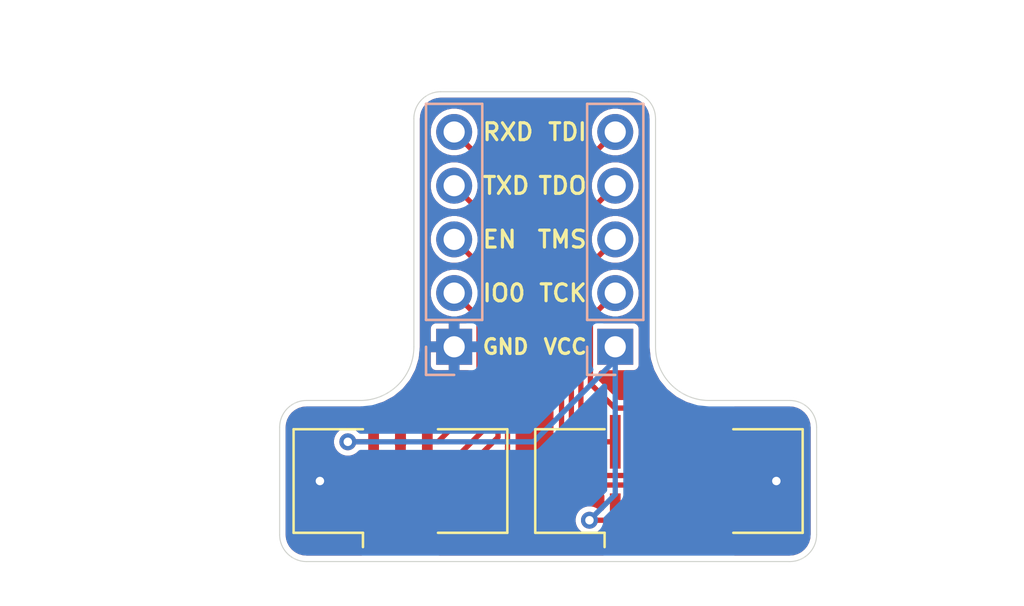
<source format=kicad_pcb>
(kicad_pcb (version 20171130) (host pcbnew "(5.1.5)-3")

  (general
    (thickness 1.6)
    (drawings 26)
    (tracks 60)
    (zones 0)
    (modules 4)
    (nets 11)
  )

  (page A4)
  (layers
    (0 F.Cu signal)
    (31 B.Cu signal)
    (32 B.Adhes user)
    (33 F.Adhes user)
    (34 B.Paste user)
    (35 F.Paste user)
    (36 B.SilkS user)
    (37 F.SilkS user)
    (38 B.Mask user)
    (39 F.Mask user)
    (40 Dwgs.User user)
    (41 Cmts.User user)
    (42 Eco1.User user)
    (43 Eco2.User user)
    (44 Edge.Cuts user)
    (45 Margin user)
    (46 B.CrtYd user)
    (47 F.CrtYd user)
    (48 B.Fab user)
    (49 F.Fab user)
  )

  (setup
    (last_trace_width 0.25)
    (user_trace_width 0.508)
    (trace_clearance 0.2)
    (zone_clearance 0.256)
    (zone_45_only yes)
    (trace_min 0.2)
    (via_size 0.8)
    (via_drill 0.4)
    (via_min_size 0.4)
    (via_min_drill 0.3)
    (uvia_size 0.3)
    (uvia_drill 0.1)
    (uvias_allowed no)
    (uvia_min_size 0.2)
    (uvia_min_drill 0.1)
    (edge_width 0.05)
    (segment_width 0.2)
    (pcb_text_width 0.3)
    (pcb_text_size 1.5 1.5)
    (mod_edge_width 0.12)
    (mod_text_size 1 1)
    (mod_text_width 0.15)
    (pad_size 2.54 0.508)
    (pad_drill 0)
    (pad_to_mask_clearance 0.051)
    (solder_mask_min_width 0.25)
    (aux_axis_origin 0 0)
    (visible_elements 7FFFFFFF)
    (pcbplotparams
      (layerselection 0x010fc_ffffffff)
      (usegerberextensions false)
      (usegerberattributes false)
      (usegerberadvancedattributes false)
      (creategerberjobfile false)
      (excludeedgelayer true)
      (linewidth 0.100000)
      (plotframeref false)
      (viasonmask false)
      (mode 1)
      (useauxorigin false)
      (hpglpennumber 1)
      (hpglpenspeed 20)
      (hpglpendiameter 15.000000)
      (psnegative false)
      (psa4output false)
      (plotreference true)
      (plotvalue true)
      (plotinvisibletext false)
      (padsonsilk false)
      (subtractmaskfromsilk true)
      (outputformat 1)
      (mirror false)
      (drillshape 0)
      (scaleselection 1)
      (outputdirectory "gerbers"))
  )

  (net 0 "")
  (net 1 /IO0)
  (net 2 GND)
  (net 3 VCC)
  (net 4 /RXD)
  (net 5 /TXD)
  (net 6 /EN)
  (net 7 /TDI)
  (net 8 /TDO)
  (net 9 /TCK)
  (net 10 /TMS)

  (net_class Default "This is the default net class."
    (clearance 0.2)
    (trace_width 0.25)
    (via_dia 0.8)
    (via_drill 0.4)
    (uvia_dia 0.3)
    (uvia_drill 0.1)
    (add_net /EN)
    (add_net /IO0)
    (add_net /RXD)
    (add_net /TCK)
    (add_net /TDI)
    (add_net /TDO)
    (add_net /TMS)
    (add_net /TXD)
    (add_net GND)
    (add_net "Net-(J2-Pad10)")
    (add_net VCC)
  )

  (module Connector_PinHeader_2.54mm:PinHeader_1x05_P2.54mm_Vertical (layer B.Cu) (tedit 59FED5CC) (tstamp 5FF63B0B)
    (at 74.93 81.915)
    (descr "Through hole straight pin header, 1x05, 2.54mm pitch, single row")
    (tags "Through hole pin header THT 1x05 2.54mm single row")
    (path /5FF6600E)
    (fp_text reference J4 (at 1.905 -6.35 180) (layer B.SilkS) hide
      (effects (font (size 0.5 0.5) (thickness 0.125)) (justify right mirror))
    )
    (fp_text value "Pin header 1x05, 2.54mm" (at 11.43 -6.35 270) (layer B.Fab)
      (effects (font (size 1 1) (thickness 0.15)))
    )
    (fp_text user %R (at 0 -5.08 -90) (layer B.Fab)
      (effects (font (size 1 1) (thickness 0.15)) (justify mirror))
    )
    (fp_line (start 1.8 1.8) (end -1.8 1.8) (layer B.CrtYd) (width 0.05))
    (fp_line (start 1.8 -11.95) (end 1.8 1.8) (layer B.CrtYd) (width 0.05))
    (fp_line (start -1.8 -11.95) (end 1.8 -11.95) (layer B.CrtYd) (width 0.05))
    (fp_line (start -1.8 1.8) (end -1.8 -11.95) (layer B.CrtYd) (width 0.05))
    (fp_line (start -1.33 1.33) (end 0 1.33) (layer B.SilkS) (width 0.12))
    (fp_line (start -1.33 0) (end -1.33 1.33) (layer B.SilkS) (width 0.12))
    (fp_line (start -1.33 -1.27) (end 1.33 -1.27) (layer B.SilkS) (width 0.12))
    (fp_line (start 1.33 -1.27) (end 1.33 -11.49) (layer B.SilkS) (width 0.12))
    (fp_line (start -1.33 -1.27) (end -1.33 -11.49) (layer B.SilkS) (width 0.12))
    (fp_line (start -1.33 -11.49) (end 1.33 -11.49) (layer B.SilkS) (width 0.12))
    (fp_line (start -1.27 0.635) (end -0.635 1.27) (layer B.Fab) (width 0.1))
    (fp_line (start -1.27 -11.43) (end -1.27 0.635) (layer B.Fab) (width 0.1))
    (fp_line (start 1.27 -11.43) (end -1.27 -11.43) (layer B.Fab) (width 0.1))
    (fp_line (start 1.27 1.27) (end 1.27 -11.43) (layer B.Fab) (width 0.1))
    (fp_line (start -0.635 1.27) (end 1.27 1.27) (layer B.Fab) (width 0.1))
    (pad 5 thru_hole oval (at 0 -10.16) (size 1.7 1.7) (drill 1) (layers *.Cu *.Mask)
      (net 4 /RXD))
    (pad 4 thru_hole oval (at 0 -7.62) (size 1.7 1.7) (drill 1) (layers *.Cu *.Mask)
      (net 5 /TXD))
    (pad 3 thru_hole oval (at 0 -5.08) (size 1.7 1.7) (drill 1) (layers *.Cu *.Mask)
      (net 6 /EN))
    (pad 2 thru_hole oval (at 0 -2.54) (size 1.7 1.7) (drill 1) (layers *.Cu *.Mask)
      (net 1 /IO0))
    (pad 1 thru_hole rect (at 0 0) (size 1.7 1.7) (drill 1) (layers *.Cu *.Mask)
      (net 2 GND))
    (model ${KISYS3DMOD}/Connector_PinHeader_2.54mm.3dshapes/PinHeader_1x05_P2.54mm_Vertical.wrl
      (at (xyz 0 0 0))
      (scale (xyz 1 1 1))
      (rotate (xyz 0 0 0))
    )
  )

  (module Connector_PinHeader_2.54mm:PinHeader_1x05_P2.54mm_Vertical (layer B.Cu) (tedit 59FED5CC) (tstamp 5FF63AF2)
    (at 82.55 81.915)
    (descr "Through hole straight pin header, 1x05, 2.54mm pitch, single row")
    (tags "Through hole pin header THT 1x05 2.54mm single row")
    (path /5FF658C1)
    (fp_text reference J3 (at -1.905 -6.35) (layer B.SilkS) hide
      (effects (font (size 0.5 0.5) (thickness 0.125)) (justify left mirror))
    )
    (fp_text value "Pin header 1x05, 2.54mm" (at -11.43 -6.35 270) (layer B.Fab)
      (effects (font (size 1 1) (thickness 0.15)))
    )
    (fp_text user %R (at 0 -5.08 -90) (layer B.Fab)
      (effects (font (size 1 1) (thickness 0.15)) (justify mirror))
    )
    (fp_line (start 1.8 1.8) (end -1.8 1.8) (layer B.CrtYd) (width 0.05))
    (fp_line (start 1.8 -11.95) (end 1.8 1.8) (layer B.CrtYd) (width 0.05))
    (fp_line (start -1.8 -11.95) (end 1.8 -11.95) (layer B.CrtYd) (width 0.05))
    (fp_line (start -1.8 1.8) (end -1.8 -11.95) (layer B.CrtYd) (width 0.05))
    (fp_line (start -1.33 1.33) (end 0 1.33) (layer B.SilkS) (width 0.12))
    (fp_line (start -1.33 0) (end -1.33 1.33) (layer B.SilkS) (width 0.12))
    (fp_line (start -1.33 -1.27) (end 1.33 -1.27) (layer B.SilkS) (width 0.12))
    (fp_line (start 1.33 -1.27) (end 1.33 -11.49) (layer B.SilkS) (width 0.12))
    (fp_line (start -1.33 -1.27) (end -1.33 -11.49) (layer B.SilkS) (width 0.12))
    (fp_line (start -1.33 -11.49) (end 1.33 -11.49) (layer B.SilkS) (width 0.12))
    (fp_line (start -1.27 0.635) (end -0.635 1.27) (layer B.Fab) (width 0.1))
    (fp_line (start -1.27 -11.43) (end -1.27 0.635) (layer B.Fab) (width 0.1))
    (fp_line (start 1.27 -11.43) (end -1.27 -11.43) (layer B.Fab) (width 0.1))
    (fp_line (start 1.27 1.27) (end 1.27 -11.43) (layer B.Fab) (width 0.1))
    (fp_line (start -0.635 1.27) (end 1.27 1.27) (layer B.Fab) (width 0.1))
    (pad 5 thru_hole oval (at 0 -10.16) (size 1.7 1.7) (drill 1) (layers *.Cu *.Mask)
      (net 7 /TDI))
    (pad 4 thru_hole oval (at 0 -7.62) (size 1.7 1.7) (drill 1) (layers *.Cu *.Mask)
      (net 8 /TDO))
    (pad 3 thru_hole oval (at 0 -5.08) (size 1.7 1.7) (drill 1) (layers *.Cu *.Mask)
      (net 10 /TMS))
    (pad 2 thru_hole oval (at 0 -2.54) (size 1.7 1.7) (drill 1) (layers *.Cu *.Mask)
      (net 9 /TCK))
    (pad 1 thru_hole rect (at 0 0) (size 1.7 1.7) (drill 1) (layers *.Cu *.Mask)
      (net 3 VCC))
    (model ${KISYS3DMOD}/Connector_PinHeader_2.54mm.3dshapes/PinHeader_1x05_P2.54mm_Vertical.wrl
      (at (xyz 0 0 0))
      (scale (xyz 1 1 1))
      (rotate (xyz 0 0 0))
    )
  )

  (module Connector_IDC:IDC-Header_2x05_P1.27mm_Vertical_SMD (layer F.Cu) (tedit 5FC1A58E) (tstamp 5FF63AD9)
    (at 82.55 88.9 90)
    (descr "Surface mounted IDC box header, 2x05, 1.27mm pitch, double rows (")
    (tags "Surface mounted vertical IDC box header SMD 2x05 1.27mm double row")
    (path /5FF64F81)
    (attr smd)
    (fp_text reference J2 (at -2.54 -1.905 180) (layer F.SilkS) hide
      (effects (font (size 0.5 0.5) (thickness 0.125)) (justify left))
    )
    (fp_text value "Male IDC connector 2x05, 1.27mm, SMD" (at -4.445 3.81 180) (layer F.Fab)
      (effects (font (size 1 1) (thickness 0.15)))
    )
    (fp_text user %R (at 0.635 2.54) (layer F.Fab)
      (effects (font (size 1 1) (thickness 0.15)))
    )
    (fp_line (start 4.26 -4.185) (end -2.99 -4.185) (layer F.CrtYd) (width 0.05))
    (fp_line (start 4.26 9.265) (end 4.26 -4.185) (layer F.CrtYd) (width 0.05))
    (fp_line (start -2.99 9.265) (end 4.26 9.265) (layer F.CrtYd) (width 0.05))
    (fp_line (start -2.99 -4.185) (end -2.99 9.265) (layer F.CrtYd) (width 0.05))
    (fp_line (start 3.085 8.865) (end 3.085 5.584) (layer F.SilkS) (width 0.12))
    (fp_line (start -1.815 8.865) (end 3.085 8.865) (layer F.SilkS) (width 0.12))
    (fp_line (start -1.815 5.584) (end -1.815 8.865) (layer F.SilkS) (width 0.12))
    (fp_line (start 3.085 -3.785) (end 3.085 -0.504) (layer F.SilkS) (width 0.12))
    (fp_line (start -1.815 -3.785) (end 3.085 -3.785) (layer F.SilkS) (width 0.12))
    (fp_line (start -1.815 -0.504) (end -1.815 -3.785) (layer F.SilkS) (width 0.12))
    (fp_line (start -2.49 -0.504) (end -1.815 -0.504) (layer F.SilkS) (width 0.12))
    (fp_line (start -0.715 4.59) (end -1.715 4.59) (layer F.Fab) (width 0.1))
    (fp_line (start -0.715 7.765) (end -0.715 4.59) (layer F.Fab) (width 0.1))
    (fp_line (start 1.985 7.765) (end -0.715 7.765) (layer F.Fab) (width 0.1))
    (fp_line (start 1.985 -2.685) (end 1.985 7.765) (layer F.Fab) (width 0.1))
    (fp_line (start -0.715 -2.685) (end 1.985 -2.685) (layer F.Fab) (width 0.1))
    (fp_line (start -0.715 0.49) (end -0.715 -2.685) (layer F.Fab) (width 0.1))
    (fp_line (start -1.715 0.49) (end -0.715 0.49) (layer F.Fab) (width 0.1))
    (fp_line (start -1.715 8.765) (end -1.715 -2.685) (layer F.Fab) (width 0.1))
    (fp_line (start 2.985 8.765) (end -1.715 8.765) (layer F.Fab) (width 0.1))
    (fp_line (start 2.985 -3.685) (end 2.985 8.765) (layer F.Fab) (width 0.1))
    (fp_line (start -0.715 -3.685) (end 2.985 -3.685) (layer F.Fab) (width 0.1))
    (fp_line (start -1.715 -2.685) (end -0.715 -3.685) (layer F.Fab) (width 0.1))
    (pad 10 smd rect (at 2.49 5.08 90) (size 2.54 0.508) (layers F.Cu F.Paste F.Mask))
    (pad 8 smd rect (at 2.49 3.81 90) (size 2.54 0.508) (layers F.Cu F.Paste F.Mask)
      (net 7 /TDI))
    (pad 6 smd rect (at 2.49 2.54 90) (size 2.54 0.508) (layers F.Cu F.Paste F.Mask)
      (net 8 /TDO))
    (pad 4 smd rect (at 2.49 1.27 90) (size 2.54 0.508) (layers F.Cu F.Paste F.Mask)
      (net 9 /TCK))
    (pad 2 smd rect (at 2.49 0 90) (size 2.54 0.508) (layers F.Cu F.Paste F.Mask)
      (net 10 /TMS))
    (pad 9 smd rect (at -1.22 5.08 90) (size 2.54 0.508) (layers F.Cu F.Paste F.Mask)
      (net 2 GND))
    (pad 7 smd rect (at -1.22 3.81 90) (size 2.54 0.508) (layers F.Cu F.Paste F.Mask)
      (net 2 GND))
    (pad 5 smd rect (at -1.22 2.54 90) (size 2.54 0.508) (layers F.Cu F.Paste F.Mask)
      (net 2 GND))
    (pad 3 smd rect (at -1.22 1.27 90) (size 2.54 0.508) (layers F.Cu F.Paste F.Mask)
      (net 2 GND))
    (pad 1 smd rect (at -1.22 0 90) (size 2.54 0.508) (layers F.Cu F.Paste F.Mask)
      (net 3 VCC))
    (model ${KISYS3DMOD}/Connector_IDC.3dshapes/IDC-Header_2x05_P1.27mm_Vertical_SMD.wrl
      (at (xyz 0 0 0))
      (scale (xyz 1 1 1))
      (rotate (xyz 0 0 0))
    )
  )

  (module Connector_IDC:IDC-Header_2x03_P1.27mm_Vertical_SMD (layer F.Cu) (tedit 6003331D) (tstamp 5FF63AB3)
    (at 71.12 88.9 90)
    (descr "Surface mounted IDC box header, 2x03, 1.27mm pitch, double rows (")
    (tags "Surface mounted vertical IDC box header SMD 2x03 1.27mm double row")
    (path /5FF64B1B)
    (attr smd)
    (fp_text reference J1 (at -2.54 4.445 180) (layer F.SilkS) hide
      (effects (font (size 0.5 0.5) (thickness 0.125)) (justify right))
    )
    (fp_text value "Male IDC connector, 2x03, 1.27mm, SMD" (at -4.445 -1.905 180) (layer F.Fab)
      (effects (font (size 1 1) (thickness 0.15)))
    )
    (fp_text user %R (at 0.635 1.27) (layer F.Fab)
      (effects (font (size 1 1) (thickness 0.15)))
    )
    (fp_line (start 4.26 -4.185) (end -2.99 -4.185) (layer F.CrtYd) (width 0.05))
    (fp_line (start 4.26 6.725) (end 4.26 -4.185) (layer F.CrtYd) (width 0.05))
    (fp_line (start -2.99 6.725) (end 4.26 6.725) (layer F.CrtYd) (width 0.05))
    (fp_line (start -2.99 -4.185) (end -2.99 6.725) (layer F.CrtYd) (width 0.05))
    (fp_line (start 3.085 6.325) (end 3.085 3.044) (layer F.SilkS) (width 0.12))
    (fp_line (start -1.815 6.325) (end 3.085 6.325) (layer F.SilkS) (width 0.12))
    (fp_line (start -1.815 3.044) (end -1.815 6.325) (layer F.SilkS) (width 0.12))
    (fp_line (start 3.085 -3.785) (end 3.085 -0.504) (layer F.SilkS) (width 0.12))
    (fp_line (start -1.815 -3.785) (end 3.085 -3.785) (layer F.SilkS) (width 0.12))
    (fp_line (start -1.815 -0.504) (end -1.815 -3.785) (layer F.SilkS) (width 0.12))
    (fp_line (start -2.49 -0.504) (end -1.815 -0.504) (layer F.SilkS) (width 0.12))
    (fp_line (start -0.715 3.32) (end -1.715 3.32) (layer F.Fab) (width 0.1))
    (fp_line (start -0.715 5.225) (end -0.715 3.32) (layer F.Fab) (width 0.1))
    (fp_line (start 1.985 5.225) (end -0.715 5.225) (layer F.Fab) (width 0.1))
    (fp_line (start 1.985 -2.685) (end 1.985 5.225) (layer F.Fab) (width 0.1))
    (fp_line (start -0.715 -2.685) (end 1.985 -2.685) (layer F.Fab) (width 0.1))
    (fp_line (start -0.715 -0.78) (end -0.715 -2.685) (layer F.Fab) (width 0.1))
    (fp_line (start -1.715 -0.78) (end -0.715 -0.78) (layer F.Fab) (width 0.1))
    (fp_line (start -1.715 6.225) (end -1.715 -2.685) (layer F.Fab) (width 0.1))
    (fp_line (start 2.985 6.225) (end -1.715 6.225) (layer F.Fab) (width 0.1))
    (fp_line (start 2.985 -3.685) (end 2.985 6.225) (layer F.Fab) (width 0.1))
    (fp_line (start -0.715 -3.685) (end 2.985 -3.685) (layer F.Fab) (width 0.1))
    (fp_line (start -1.715 -2.685) (end -0.715 -3.685) (layer F.Fab) (width 0.1))
    (pad 6 smd rect (at 2.49 2.54 90) (size 2.54 0.508) (layers F.Cu F.Paste F.Mask)
      (net 1 /IO0))
    (pad 4 smd rect (at 2.49 1.27 90) (size 2.54 0.508) (layers F.Cu F.Paste F.Mask)
      (net 2 GND))
    (pad 2 smd rect (at 2.49 0 90) (size 2.54 0.508) (layers F.Cu F.Paste F.Mask)
      (net 3 VCC))
    (pad 5 smd rect (at -1.22 2.54 90) (size 2.54 0.508) (layers F.Cu F.Paste F.Mask)
      (net 4 /RXD))
    (pad 3 smd rect (at -1.22 1.27 90) (size 2.54 0.508) (layers F.Cu F.Paste F.Mask)
      (net 5 /TXD))
    (pad 1 smd rect (at -1.22 0 90) (size 2.54 0.508) (layers F.Cu F.Paste F.Mask)
      (net 6 /EN))
    (model ${KISYS3DMOD}/Connector_IDC.3dshapes/IDC-Header_2x03_P1.27mm_Vertical_SMD.wrl
      (at (xyz 0 0 0))
      (scale (xyz 1 1 1))
      (rotate (xyz 0 0 0))
    )
  )

  (gr_text GND (at 76.2 81.915) (layer F.SilkS) (tstamp 5FF64205)
    (effects (font (size 0.7 0.7) (thickness 0.15)) (justify left))
  )
  (gr_text TMS (at 81.28 76.835) (layer F.SilkS) (tstamp 5FF64202)
    (effects (font (size 0.8 0.8) (thickness 0.15)) (justify right))
  )
  (gr_text TCK (at 81.28 79.375) (layer F.SilkS) (tstamp 5FF641FF)
    (effects (font (size 0.8 0.8) (thickness 0.15)) (justify right))
  )
  (gr_text TDO (at 81.28 74.295) (layer F.SilkS) (tstamp 5FF641FC)
    (effects (font (size 0.8 0.8) (thickness 0.15)) (justify right))
  )
  (gr_text VCC (at 81.28 81.915) (layer F.SilkS) (tstamp 5FF641F5)
    (effects (font (size 0.7 0.7) (thickness 0.15)) (justify right))
  )
  (gr_text EN (at 76.2 76.835) (layer F.SilkS) (tstamp 5FF641F2)
    (effects (font (size 0.8 0.8) (thickness 0.15)) (justify left))
  )
  (gr_text TXD (at 76.2 74.295) (layer F.SilkS) (tstamp 5FF641EE)
    (effects (font (size 0.8 0.8) (thickness 0.15)) (justify left))
  )
  (gr_text RXD (at 76.2 71.755) (layer F.SilkS) (tstamp 5FF641EA)
    (effects (font (size 0.8 0.8) (thickness 0.15)) (justify left))
  )
  (gr_text TDI (at 81.28 71.755) (layer F.SilkS) (tstamp 5FF641C4)
    (effects (font (size 0.8 0.8) (thickness 0.15)) (justify right))
  )
  (gr_text IO0 (at 76.2 79.375) (layer F.SilkS)
    (effects (font (size 0.8 0.8) (thickness 0.15)) (justify left))
  )
  (gr_arc (start 90.805 85.725) (end 92.075 85.725) (angle -90) (layer Edge.Cuts) (width 0.05))
  (gr_arc (start 90.805 90.805) (end 90.805 92.075) (angle -90) (layer Edge.Cuts) (width 0.05))
  (gr_arc (start 67.945 90.805) (end 66.675 90.805) (angle -90) (layer Edge.Cuts) (width 0.05))
  (gr_arc (start 67.945 85.725) (end 67.945 84.455) (angle -90) (layer Edge.Cuts) (width 0.05))
  (gr_arc (start 86.995 81.915) (end 84.455 81.915) (angle -90) (layer Edge.Cuts) (width 0.05))
  (gr_arc (start 70.485 81.915) (end 70.485 84.455) (angle -90) (layer Edge.Cuts) (width 0.05))
  (gr_arc (start 74.295 71.12) (end 74.295 69.85) (angle -90) (layer Edge.Cuts) (width 0.05))
  (gr_arc (start 83.185 71.12) (end 84.455 71.12) (angle -90) (layer Edge.Cuts) (width 0.05))
  (gr_line (start 83.185 69.85) (end 74.295 69.85) (layer Edge.Cuts) (width 0.05))
  (gr_line (start 84.455 81.915) (end 84.455 71.12) (layer Edge.Cuts) (width 0.05))
  (gr_line (start 90.805 84.455) (end 86.995 84.455) (layer Edge.Cuts) (width 0.05))
  (gr_line (start 92.075 90.805) (end 92.075 85.725) (layer Edge.Cuts) (width 0.05))
  (gr_line (start 67.945 92.075) (end 90.805 92.075) (layer Edge.Cuts) (width 0.05))
  (gr_line (start 66.675 85.725) (end 66.675 90.805) (layer Edge.Cuts) (width 0.05))
  (gr_line (start 70.485 84.455) (end 67.945 84.455) (layer Edge.Cuts) (width 0.05))
  (gr_line (start 73.025 71.12) (end 73.025 81.915) (layer Edge.Cuts) (width 0.05))

  (segment (start 76.105001 80.550001) (end 74.93 79.375) (width 0.25) (layer F.Cu) (net 1))
  (segment (start 76.105001 84.468999) (end 76.105001 80.550001) (width 0.25) (layer F.Cu) (net 1))
  (segment (start 73.66 86.41) (end 74.164 86.41) (width 0.25) (layer F.Cu) (net 1))
  (segment (start 74.164 86.41) (end 76.105001 84.468999) (width 0.25) (layer F.Cu) (net 1))
  (via (at 90.17 88.265) (size 0.8) (drill 0.4) (layers F.Cu B.Cu) (net 2))
  (via (at 68.58 88.265) (size 0.8) (drill 0.4) (layers F.Cu B.Cu) (net 2))
  (segment (start 71.12 86.41) (end 69.9 86.41) (width 0.25) (layer F.Cu) (net 3))
  (segment (start 69.9 86.41) (end 69.9 86.41) (width 0.25) (layer F.Cu) (net 3) (tstamp 5FF647A4))
  (segment (start 82.55 90.12) (end 81.33 90.12) (width 0.25) (layer F.Cu) (net 3))
  (segment (start 81.33 90.12) (end 81.33 90.12) (width 0.25) (layer F.Cu) (net 3) (tstamp 5FF647A8))
  (segment (start 69.9 86.41) (end 69.9 86.41) (width 0.25) (layer F.Cu) (net 3) (tstamp 5FF64928))
  (segment (start 69.9 86.41) (end 69.9 86.41) (width 0.25) (layer F.Cu) (net 3) (tstamp 5FF64AE2))
  (segment (start 81.33 90.12) (end 81.33 90.12) (width 0.25) (layer F.Cu) (net 3) (tstamp 5FF64D50))
  (via (at 81.33 90.12) (size 0.8) (drill 0.4) (layers F.Cu B.Cu) (net 3))
  (segment (start 82.55 88.9) (end 81.33 90.12) (width 0.25) (layer B.Cu) (net 3))
  (segment (start 82.55 82.55) (end 82.55 88.9) (width 0.25) (layer B.Cu) (net 3))
  (segment (start 69.9 86.41) (end 69.9 86.41) (width 0.25) (layer F.Cu) (net 3) (tstamp 5FF64D52))
  (segment (start 69.9 86.41) (end 69.9 86.41) (width 0.25) (layer F.Cu) (net 3) (tstamp 5FF64E82))
  (segment (start 69.9 86.41) (end 69.9 86.41) (width 0.25) (layer F.Cu) (net 3) (tstamp 5FF64EC1))
  (via (at 69.9 86.41) (size 0.8) (drill 0.4) (layers F.Cu B.Cu) (net 3))
  (segment (start 78.69 86.41) (end 69.9 86.41) (width 0.25) (layer B.Cu) (net 3))
  (segment (start 82.55 82.55) (end 78.69 86.41) (width 0.25) (layer B.Cu) (net 3))
  (segment (start 77.455029 74.280029) (end 74.93 71.755) (width 0.25) (layer F.Cu) (net 4))
  (segment (start 73.66 90.12) (end 74.164 90.12) (width 0.25) (layer F.Cu) (net 4))
  (segment (start 77.455029 86.828971) (end 77.455029 74.280029) (width 0.25) (layer F.Cu) (net 4))
  (segment (start 74.164 90.12) (end 77.455029 86.828971) (width 0.25) (layer F.Cu) (net 4))
  (segment (start 72.39 88.6) (end 72.465001 88.524999) (width 0.25) (layer F.Cu) (net 5))
  (segment (start 72.39 90.12) (end 72.39 88.6) (width 0.25) (layer F.Cu) (net 5))
  (segment (start 72.465001 88.524999) (end 74.670001 88.524999) (width 0.25) (layer F.Cu) (net 5))
  (segment (start 77.00502 76.37002) (end 74.93 74.295) (width 0.25) (layer F.Cu) (net 5))
  (segment (start 74.670001 88.524999) (end 77.00502 86.18998) (width 0.25) (layer F.Cu) (net 5))
  (segment (start 77.00502 86.18998) (end 77.00502 76.37002) (width 0.25) (layer F.Cu) (net 5))
  (segment (start 71.12 88.265) (end 71.379999 88.005001) (width 0.25) (layer F.Cu) (net 6))
  (segment (start 71.379999 88.005001) (end 74.174001 88.005001) (width 0.25) (layer F.Cu) (net 6))
  (segment (start 71.12 90.12) (end 71.12 88.265) (width 0.25) (layer F.Cu) (net 6))
  (segment (start 74.174001 88.005001) (end 76.55501 85.623992) (width 0.25) (layer F.Cu) (net 6))
  (segment (start 76.55501 78.46001) (end 74.93 76.835) (width 0.25) (layer F.Cu) (net 6))
  (segment (start 76.55501 85.623992) (end 76.55501 78.46001) (width 0.25) (layer F.Cu) (net 6))
  (segment (start 80.01 74.295) (end 82.55 71.755) (width 0.25) (layer F.Cu) (net 7))
  (segment (start 86.36 87.93) (end 85.83499 88.45501) (width 0.25) (layer F.Cu) (net 7))
  (segment (start 85.83499 88.45501) (end 81.849598 88.45501) (width 0.25) (layer F.Cu) (net 7))
  (segment (start 81.849598 88.45501) (end 80.01 86.615412) (width 0.25) (layer F.Cu) (net 7))
  (segment (start 86.36 86.41) (end 86.36 87.93) (width 0.25) (layer F.Cu) (net 7))
  (segment (start 80.01 86.615412) (end 80.01 74.295) (width 0.25) (layer F.Cu) (net 7))
  (segment (start 80.474981 76.370019) (end 82.55 74.295) (width 0.25) (layer F.Cu) (net 8))
  (segment (start 85.09 87.93) (end 85.014999 88.005001) (width 0.25) (layer F.Cu) (net 8))
  (segment (start 85.09 86.41) (end 85.09 87.93) (width 0.25) (layer F.Cu) (net 8))
  (segment (start 80.474981 86.443983) (end 80.474981 76.370019) (width 0.25) (layer F.Cu) (net 8))
  (segment (start 85.014999 88.005001) (end 82.035999 88.005001) (width 0.25) (layer F.Cu) (net 8))
  (segment (start 82.035999 88.005001) (end 80.474981 86.443983) (width 0.25) (layer F.Cu) (net 8))
  (segment (start 81.374999 80.550001) (end 82.55 79.375) (width 0.25) (layer F.Cu) (net 9))
  (segment (start 83.82 84.89) (end 83.744999 84.814999) (width 0.25) (layer F.Cu) (net 9))
  (segment (start 83.82 86.41) (end 83.82 84.89) (width 0.25) (layer F.Cu) (net 9))
  (segment (start 81.374999 83.660001) (end 81.374999 80.550001) (width 0.25) (layer F.Cu) (net 9))
  (segment (start 83.744999 84.814999) (end 82.529997 84.814999) (width 0.25) (layer F.Cu) (net 9))
  (segment (start 82.529997 84.814999) (end 81.374999 83.660001) (width 0.25) (layer F.Cu) (net 9))
  (segment (start 80.92499 78.46001) (end 82.55 76.835) (width 0.25) (layer F.Cu) (net 10))
  (segment (start 80.92499 85.28899) (end 80.92499 78.46001) (width 0.25) (layer F.Cu) (net 10))
  (segment (start 82.55 86.41) (end 82.046 86.41) (width 0.25) (layer F.Cu) (net 10))
  (segment (start 82.046 86.41) (end 80.92499 85.28899) (width 0.25) (layer F.Cu) (net 10))

  (zone (net 2) (net_name GND) (layer F.Cu) (tstamp 601203D1) (hatch full 0.508)
    (connect_pads (clearance 0.256))
    (min_thickness 0.3)
    (fill yes (arc_segments 32) (thermal_gap 0.256) (thermal_bridge_width 0.508))
    (polygon
      (pts
        (xy 85.09 83.82) (xy 92.71 83.82) (xy 92.71 92.71) (xy 66.04 92.71) (xy 66.04 83.82)
        (xy 72.39 83.82) (xy 72.39 69.215) (xy 85.09 69.215)
      )
    )
    (filled_polygon
      (pts
        (xy 90.967562 84.904006) (xy 91.123927 84.951216) (xy 91.268153 85.027902) (xy 91.394732 85.131138) (xy 91.498848 85.256992)
        (xy 91.576537 85.400674) (xy 91.62484 85.556713) (xy 91.644001 85.739026) (xy 91.644 90.783921) (xy 91.625994 90.967562)
        (xy 91.578784 91.123929) (xy 91.502097 91.268155) (xy 91.398863 91.394732) (xy 91.273008 91.498848) (xy 91.129324 91.576538)
        (xy 90.973287 91.62484) (xy 90.790984 91.644) (xy 88.200767 91.644) (xy 88.22321 91.616653) (xy 88.26091 91.546121)
        (xy 88.284125 91.46959) (xy 88.291964 91.39) (xy 88.29 90.3255) (xy 88.1885 90.224) (xy 87.734 90.224)
        (xy 87.734 90.244) (xy 87.526 90.244) (xy 87.526 90.224) (xy 87.0715 90.224) (xy 86.995 90.3005)
        (xy 86.9185 90.224) (xy 86.464 90.224) (xy 86.464 90.244) (xy 86.256 90.244) (xy 86.256 90.224)
        (xy 85.8015 90.224) (xy 85.725 90.3005) (xy 85.6485 90.224) (xy 85.194 90.224) (xy 85.194 90.244)
        (xy 84.986 90.244) (xy 84.986 90.224) (xy 84.5315 90.224) (xy 84.455 90.3005) (xy 84.3785 90.224)
        (xy 83.924 90.224) (xy 83.924 90.244) (xy 83.716 90.244) (xy 83.716 90.224) (xy 83.696 90.224)
        (xy 83.696 90.016) (xy 83.716 90.016) (xy 83.716 89.996) (xy 83.924 89.996) (xy 83.924 90.016)
        (xy 84.3785 90.016) (xy 84.455 89.9395) (xy 84.5315 90.016) (xy 84.986 90.016) (xy 84.986 89.996)
        (xy 85.194 89.996) (xy 85.194 90.016) (xy 85.6485 90.016) (xy 85.725 89.9395) (xy 85.8015 90.016)
        (xy 86.256 90.016) (xy 86.256 89.996) (xy 86.464 89.996) (xy 86.464 90.016) (xy 86.9185 90.016)
        (xy 86.995 89.9395) (xy 87.0715 90.016) (xy 87.526 90.016) (xy 87.526 88.5455) (xy 87.734 88.5455)
        (xy 87.734 90.016) (xy 88.1885 90.016) (xy 88.29 89.9145) (xy 88.291964 88.85) (xy 88.284125 88.77041)
        (xy 88.26091 88.693879) (xy 88.22321 88.623347) (xy 88.172474 88.561526) (xy 88.110653 88.51079) (xy 88.040121 88.47309)
        (xy 87.96359 88.449875) (xy 87.884 88.442036) (xy 87.8355 88.444) (xy 87.734 88.5455) (xy 87.526 88.5455)
        (xy 87.4245 88.444) (xy 87.376 88.442036) (xy 87.29641 88.449875) (xy 87.219879 88.47309) (xy 87.149347 88.51079)
        (xy 87.087526 88.561526) (xy 87.03679 88.623347) (xy 86.99909 88.693879) (xy 86.995 88.707362) (xy 86.99091 88.693879)
        (xy 86.95321 88.623347) (xy 86.902474 88.561526) (xy 86.840653 88.51079) (xy 86.770121 88.47309) (xy 86.69359 88.449875)
        (xy 86.614 88.442036) (xy 86.598274 88.442673) (xy 86.71703 88.323917) (xy 86.73729 88.30729) (xy 86.771997 88.265)
        (xy 86.803646 88.226436) (xy 86.838671 88.160907) (xy 86.852953 88.134188) (xy 86.883317 88.034094) (xy 86.888663 87.979808)
        (xy 86.902474 87.968474) (xy 86.95321 87.906653) (xy 86.99091 87.836121) (xy 86.995 87.822638) (xy 86.99909 87.836121)
        (xy 87.03679 87.906653) (xy 87.087526 87.968474) (xy 87.149347 88.01921) (xy 87.219879 88.05691) (xy 87.29641 88.080125)
        (xy 87.376 88.087964) (xy 87.884 88.087964) (xy 87.96359 88.080125) (xy 88.040121 88.05691) (xy 88.110653 88.01921)
        (xy 88.172474 87.968474) (xy 88.22321 87.906653) (xy 88.26091 87.836121) (xy 88.284125 87.75959) (xy 88.291964 87.68)
        (xy 88.291964 85.14) (xy 88.284125 85.06041) (xy 88.26091 84.983879) (xy 88.22321 84.913347) (xy 88.200767 84.886)
        (xy 90.783921 84.886)
      )
    )
    (filled_polygon
      (pts
        (xy 83.347562 70.299006) (xy 83.503927 70.346216) (xy 83.648153 70.422902) (xy 83.774732 70.526138) (xy 83.878848 70.651992)
        (xy 83.956537 70.795674) (xy 84.00484 70.951713) (xy 84.024001 71.134026) (xy 84.024 81.936167) (xy 84.025947 81.955931)
        (xy 84.025836 81.971794) (xy 84.026423 81.977784) (xy 84.07824 82.47079) (xy 84.086094 82.50905) (xy 84.093415 82.547427)
        (xy 84.095154 82.553188) (xy 84.241743 83.026741) (xy 84.256888 83.062771) (xy 84.271514 83.09897) (xy 84.274333 83.104271)
        (xy 84.274339 83.104285) (xy 84.274347 83.104297) (xy 84.510117 83.540344) (xy 84.531949 83.572712) (xy 84.55335 83.605416)
        (xy 84.557153 83.610079) (xy 84.873137 83.992039) (xy 84.900853 84.019562) (xy 84.928187 84.047475) (xy 84.932824 84.051311)
        (xy 85.316981 84.364621) (xy 85.349488 84.386219) (xy 85.381749 84.408308) (xy 85.387035 84.411166) (xy 85.387043 84.411171)
        (xy 85.387051 84.411174) (xy 85.824739 84.643897) (xy 85.860836 84.658776) (xy 85.89676 84.674172) (xy 85.902505 84.675951)
        (xy 85.902511 84.675953) (xy 86.09263 84.733353) (xy 86.02641 84.739875) (xy 85.949879 84.76309) (xy 85.879347 84.80079)
        (xy 85.817526 84.851526) (xy 85.76679 84.913347) (xy 85.72909 84.983879) (xy 85.725 84.997362) (xy 85.72091 84.983879)
        (xy 85.68321 84.913347) (xy 85.632474 84.851526) (xy 85.570653 84.80079) (xy 85.500121 84.76309) (xy 85.42359 84.739875)
        (xy 85.344 84.732036) (xy 84.836 84.732036) (xy 84.75641 84.739875) (xy 84.679879 84.76309) (xy 84.609347 84.80079)
        (xy 84.547526 84.851526) (xy 84.49679 84.913347) (xy 84.45909 84.983879) (xy 84.455 84.997362) (xy 84.45091 84.983879)
        (xy 84.41321 84.913347) (xy 84.362474 84.851526) (xy 84.348663 84.840192) (xy 84.343317 84.785906) (xy 84.312953 84.685812)
        (xy 84.263646 84.593565) (xy 84.19729 84.51271) (xy 84.177025 84.496079) (xy 84.13892 84.457974) (xy 84.122289 84.437709)
        (xy 84.041434 84.371353) (xy 83.949187 84.322046) (xy 83.849093 84.291682) (xy 83.771083 84.283999) (xy 83.771073 84.283999)
        (xy 83.744999 84.281431) (xy 83.718925 84.283999) (xy 82.749944 84.283999) (xy 81.905999 83.440055) (xy 81.905999 83.172964)
        (xy 83.4 83.172964) (xy 83.47959 83.165125) (xy 83.556121 83.14191) (xy 83.626653 83.10421) (xy 83.688474 83.053474)
        (xy 83.73921 82.991653) (xy 83.77691 82.921121) (xy 83.800125 82.84459) (xy 83.807964 82.765) (xy 83.807964 81.065)
        (xy 83.800125 80.98541) (xy 83.77691 80.908879) (xy 83.73921 80.838347) (xy 83.688474 80.776526) (xy 83.626653 80.72579)
        (xy 83.556121 80.68809) (xy 83.47959 80.664875) (xy 83.4 80.657036) (xy 82.01891 80.657036) (xy 82.119699 80.556248)
        (xy 82.183638 80.582732) (xy 82.426295 80.631) (xy 82.673705 80.631) (xy 82.916362 80.582732) (xy 83.144939 80.488053)
        (xy 83.350653 80.350599) (xy 83.525599 80.175653) (xy 83.663053 79.969939) (xy 83.757732 79.741362) (xy 83.806 79.498705)
        (xy 83.806 79.251295) (xy 83.757732 79.008638) (xy 83.663053 78.780061) (xy 83.525599 78.574347) (xy 83.350653 78.399401)
        (xy 83.144939 78.261947) (xy 82.916362 78.167268) (xy 82.673705 78.119) (xy 82.426295 78.119) (xy 82.183638 78.167268)
        (xy 81.955061 78.261947) (xy 81.749347 78.399401) (xy 81.574401 78.574347) (xy 81.45599 78.751561) (xy 81.45599 78.679956)
        (xy 82.119699 78.016248) (xy 82.183638 78.042732) (xy 82.426295 78.091) (xy 82.673705 78.091) (xy 82.916362 78.042732)
        (xy 83.144939 77.948053) (xy 83.350653 77.810599) (xy 83.525599 77.635653) (xy 83.663053 77.429939) (xy 83.757732 77.201362)
        (xy 83.806 76.958705) (xy 83.806 76.711295) (xy 83.757732 76.468638) (xy 83.663053 76.240061) (xy 83.525599 76.034347)
        (xy 83.350653 75.859401) (xy 83.144939 75.721947) (xy 82.916362 75.627268) (xy 82.673705 75.579) (xy 82.426295 75.579)
        (xy 82.183638 75.627268) (xy 81.955061 75.721947) (xy 81.749347 75.859401) (xy 81.574401 76.034347) (xy 81.436947 76.240061)
        (xy 81.342268 76.468638) (xy 81.294 76.711295) (xy 81.294 76.958705) (xy 81.342268 77.201362) (xy 81.368752 77.265301)
        (xy 81.005981 77.628073) (xy 81.005981 76.589965) (xy 82.119699 75.476248) (xy 82.183638 75.502732) (xy 82.426295 75.551)
        (xy 82.673705 75.551) (xy 82.916362 75.502732) (xy 83.144939 75.408053) (xy 83.350653 75.270599) (xy 83.525599 75.095653)
        (xy 83.663053 74.889939) (xy 83.757732 74.661362) (xy 83.806 74.418705) (xy 83.806 74.171295) (xy 83.757732 73.928638)
        (xy 83.663053 73.700061) (xy 83.525599 73.494347) (xy 83.350653 73.319401) (xy 83.144939 73.181947) (xy 82.916362 73.087268)
        (xy 82.673705 73.039) (xy 82.426295 73.039) (xy 82.183638 73.087268) (xy 81.955061 73.181947) (xy 81.749347 73.319401)
        (xy 81.574401 73.494347) (xy 81.436947 73.700061) (xy 81.342268 73.928638) (xy 81.294 74.171295) (xy 81.294 74.418705)
        (xy 81.342268 74.661362) (xy 81.368752 74.725301) (xy 80.541 75.553054) (xy 80.541 74.514946) (xy 82.119699 72.936248)
        (xy 82.183638 72.962732) (xy 82.426295 73.011) (xy 82.673705 73.011) (xy 82.916362 72.962732) (xy 83.144939 72.868053)
        (xy 83.350653 72.730599) (xy 83.525599 72.555653) (xy 83.663053 72.349939) (xy 83.757732 72.121362) (xy 83.806 71.878705)
        (xy 83.806 71.631295) (xy 83.757732 71.388638) (xy 83.663053 71.160061) (xy 83.525599 70.954347) (xy 83.350653 70.779401)
        (xy 83.144939 70.641947) (xy 82.916362 70.547268) (xy 82.673705 70.499) (xy 82.426295 70.499) (xy 82.183638 70.547268)
        (xy 81.955061 70.641947) (xy 81.749347 70.779401) (xy 81.574401 70.954347) (xy 81.436947 71.160061) (xy 81.342268 71.388638)
        (xy 81.294 71.631295) (xy 81.294 71.878705) (xy 81.342268 72.121362) (xy 81.368752 72.185301) (xy 79.652971 73.901083)
        (xy 79.632711 73.91771) (xy 79.616084 73.93797) (xy 79.616083 73.937971) (xy 79.566354 73.998565) (xy 79.517047 74.090813)
        (xy 79.486684 74.190907) (xy 79.476432 74.295) (xy 79.479001 74.321084) (xy 79.479 86.589338) (xy 79.476432 86.615412)
        (xy 79.479 86.641486) (xy 79.479 86.641495) (xy 79.486683 86.719505) (xy 79.517047 86.819599) (xy 79.566354 86.911847)
        (xy 79.63271 86.992702) (xy 79.652975 87.009333) (xy 81.455681 88.81204) (xy 81.472308 88.8323) (xy 81.492568 88.848927)
        (xy 81.553162 88.898656) (xy 81.591067 88.918916) (xy 81.64541 88.947963) (xy 81.745504 88.978327) (xy 81.823514 88.98601)
        (xy 81.823525 88.98601) (xy 81.849597 88.988578) (xy 81.875669 88.98601) (xy 81.888036 88.98601) (xy 81.888036 89.53818)
        (xy 81.843795 89.493939) (xy 81.711784 89.405732) (xy 81.565102 89.344974) (xy 81.409384 89.314) (xy 81.250616 89.314)
        (xy 81.094898 89.344974) (xy 80.948216 89.405732) (xy 80.816205 89.493939) (xy 80.703939 89.606205) (xy 80.615732 89.738216)
        (xy 80.554974 89.884898) (xy 80.524 90.040616) (xy 80.524 90.199384) (xy 80.554974 90.355102) (xy 80.615732 90.501784)
        (xy 80.703939 90.633795) (xy 80.816205 90.746061) (xy 80.948216 90.834268) (xy 81.094898 90.895026) (xy 81.250616 90.926)
        (xy 81.409384 90.926) (xy 81.565102 90.895026) (xy 81.711784 90.834268) (xy 81.843795 90.746061) (xy 81.888036 90.70182)
        (xy 81.888036 91.39) (xy 81.895875 91.46959) (xy 81.91909 91.546121) (xy 81.95679 91.616653) (xy 81.979233 91.644)
        (xy 74.230767 91.644) (xy 74.25321 91.616653) (xy 74.29091 91.546121) (xy 74.314125 91.46959) (xy 74.321964 91.39)
        (xy 74.321964 90.626975) (xy 74.368188 90.612953) (xy 74.460435 90.563646) (xy 74.54129 90.49729) (xy 74.557921 90.477025)
        (xy 77.812059 87.222888) (xy 77.832319 87.206261) (xy 77.849746 87.185026) (xy 77.898675 87.125407) (xy 77.947982 87.033159)
        (xy 77.947982 87.033158) (xy 77.978346 86.933065) (xy 77.986029 86.855055) (xy 77.986029 86.855045) (xy 77.988597 86.828971)
        (xy 77.986029 86.802897) (xy 77.986029 74.306102) (xy 77.988597 74.280028) (xy 77.986029 74.253954) (xy 77.986029 74.253945)
        (xy 77.978346 74.175935) (xy 77.947982 74.075841) (xy 77.906677 73.998565) (xy 77.898675 73.983593) (xy 77.848946 73.922999)
        (xy 77.832319 73.902739) (xy 77.812059 73.886112) (xy 76.111248 72.185301) (xy 76.137732 72.121362) (xy 76.186 71.878705)
        (xy 76.186 71.631295) (xy 76.137732 71.388638) (xy 76.043053 71.160061) (xy 75.905599 70.954347) (xy 75.730653 70.779401)
        (xy 75.524939 70.641947) (xy 75.296362 70.547268) (xy 75.053705 70.499) (xy 74.806295 70.499) (xy 74.563638 70.547268)
        (xy 74.335061 70.641947) (xy 74.129347 70.779401) (xy 73.954401 70.954347) (xy 73.816947 71.160061) (xy 73.722268 71.388638)
        (xy 73.674 71.631295) (xy 73.674 71.878705) (xy 73.722268 72.121362) (xy 73.816947 72.349939) (xy 73.954401 72.555653)
        (xy 74.129347 72.730599) (xy 74.335061 72.868053) (xy 74.563638 72.962732) (xy 74.806295 73.011) (xy 75.053705 73.011)
        (xy 75.296362 72.962732) (xy 75.360301 72.936248) (xy 76.92403 74.499977) (xy 76.92403 75.538083) (xy 76.111248 74.725301)
        (xy 76.137732 74.661362) (xy 76.186 74.418705) (xy 76.186 74.171295) (xy 76.137732 73.928638) (xy 76.043053 73.700061)
        (xy 75.905599 73.494347) (xy 75.730653 73.319401) (xy 75.524939 73.181947) (xy 75.296362 73.087268) (xy 75.053705 73.039)
        (xy 74.806295 73.039) (xy 74.563638 73.087268) (xy 74.335061 73.181947) (xy 74.129347 73.319401) (xy 73.954401 73.494347)
        (xy 73.816947 73.700061) (xy 73.722268 73.928638) (xy 73.674 74.171295) (xy 73.674 74.418705) (xy 73.722268 74.661362)
        (xy 73.816947 74.889939) (xy 73.954401 75.095653) (xy 74.129347 75.270599) (xy 74.335061 75.408053) (xy 74.563638 75.502732)
        (xy 74.806295 75.551) (xy 75.053705 75.551) (xy 75.296362 75.502732) (xy 75.360301 75.476248) (xy 76.474021 76.589968)
        (xy 76.474021 77.628074) (xy 76.111248 77.265301) (xy 76.137732 77.201362) (xy 76.186 76.958705) (xy 76.186 76.711295)
        (xy 76.137732 76.468638) (xy 76.043053 76.240061) (xy 75.905599 76.034347) (xy 75.730653 75.859401) (xy 75.524939 75.721947)
        (xy 75.296362 75.627268) (xy 75.053705 75.579) (xy 74.806295 75.579) (xy 74.563638 75.627268) (xy 74.335061 75.721947)
        (xy 74.129347 75.859401) (xy 73.954401 76.034347) (xy 73.816947 76.240061) (xy 73.722268 76.468638) (xy 73.674 76.711295)
        (xy 73.674 76.958705) (xy 73.722268 77.201362) (xy 73.816947 77.429939) (xy 73.954401 77.635653) (xy 74.129347 77.810599)
        (xy 74.335061 77.948053) (xy 74.563638 78.042732) (xy 74.806295 78.091) (xy 75.053705 78.091) (xy 75.296362 78.042732)
        (xy 75.360301 78.016248) (xy 76.024011 78.679958) (xy 76.024011 78.751563) (xy 75.905599 78.574347) (xy 75.730653 78.399401)
        (xy 75.524939 78.261947) (xy 75.296362 78.167268) (xy 75.053705 78.119) (xy 74.806295 78.119) (xy 74.563638 78.167268)
        (xy 74.335061 78.261947) (xy 74.129347 78.399401) (xy 73.954401 78.574347) (xy 73.816947 78.780061) (xy 73.722268 79.008638)
        (xy 73.674 79.251295) (xy 73.674 79.498705) (xy 73.722268 79.741362) (xy 73.816947 79.969939) (xy 73.954401 80.175653)
        (xy 74.129347 80.350599) (xy 74.335061 80.488053) (xy 74.563638 80.582732) (xy 74.806295 80.631) (xy 75.053705 80.631)
        (xy 75.296362 80.582732) (xy 75.360301 80.556248) (xy 75.462058 80.658005) (xy 75.1355 80.659) (xy 75.034 80.7605)
        (xy 75.034 81.811) (xy 75.054 81.811) (xy 75.054 82.019) (xy 75.034 82.019) (xy 75.034 83.0695)
        (xy 75.1355 83.171) (xy 75.574001 83.172336) (xy 75.574001 84.249052) (xy 74.321964 85.50109) (xy 74.321964 85.14)
        (xy 74.314125 85.06041) (xy 74.29091 84.983879) (xy 74.25321 84.913347) (xy 74.202474 84.851526) (xy 74.140653 84.80079)
        (xy 74.070121 84.76309) (xy 73.99359 84.739875) (xy 73.914 84.732036) (xy 73.406 84.732036) (xy 73.32641 84.739875)
        (xy 73.249879 84.76309) (xy 73.179347 84.80079) (xy 73.117526 84.851526) (xy 73.06679 84.913347) (xy 73.02909 84.983879)
        (xy 73.025 84.997362) (xy 73.02091 84.983879) (xy 72.98321 84.913347) (xy 72.932474 84.851526) (xy 72.870653 84.80079)
        (xy 72.800121 84.76309) (xy 72.72359 84.739875) (xy 72.644 84.732036) (xy 72.5955 84.734) (xy 72.494 84.8355)
        (xy 72.494 86.306) (xy 72.514 86.306) (xy 72.514 86.514) (xy 72.494 86.514) (xy 72.494 86.534)
        (xy 72.286 86.534) (xy 72.286 86.514) (xy 72.266 86.514) (xy 72.266 86.306) (xy 72.286 86.306)
        (xy 72.286 84.8355) (xy 72.1845 84.734) (xy 72.136 84.732036) (xy 72.05641 84.739875) (xy 71.979879 84.76309)
        (xy 71.909347 84.80079) (xy 71.847526 84.851526) (xy 71.79679 84.913347) (xy 71.75909 84.983879) (xy 71.755 84.997362)
        (xy 71.75091 84.983879) (xy 71.71321 84.913347) (xy 71.662474 84.851526) (xy 71.600653 84.80079) (xy 71.530121 84.76309)
        (xy 71.45359 84.739875) (xy 71.386672 84.733284) (xy 71.596741 84.668257) (xy 71.632771 84.653112) (xy 71.66897 84.638486)
        (xy 71.674271 84.635667) (xy 71.674285 84.635661) (xy 71.674297 84.635653) (xy 72.110344 84.399883) (xy 72.142712 84.378051)
        (xy 72.175416 84.35665) (xy 72.180079 84.352847) (xy 72.562039 84.036863) (xy 72.589562 84.009147) (xy 72.617475 83.981813)
        (xy 72.621311 83.977176) (xy 72.934621 83.593019) (xy 72.956219 83.560512) (xy 72.978308 83.528251) (xy 72.981166 83.522965)
        (xy 72.981171 83.522957) (xy 72.981174 83.522949) (xy 73.213897 83.085261) (xy 73.228776 83.049164) (xy 73.244172 83.01324)
        (xy 73.245952 83.007491) (xy 73.319164 82.765) (xy 73.672036 82.765) (xy 73.679875 82.84459) (xy 73.70309 82.921121)
        (xy 73.74079 82.991653) (xy 73.791526 83.053474) (xy 73.853347 83.10421) (xy 73.923879 83.14191) (xy 74.00041 83.165125)
        (xy 74.08 83.172964) (xy 74.7245 83.171) (xy 74.826 83.0695) (xy 74.826 82.019) (xy 73.7755 82.019)
        (xy 73.674 82.1205) (xy 73.672036 82.765) (xy 73.319164 82.765) (xy 73.389231 82.532927) (xy 73.396812 82.494642)
        (xy 73.40494 82.456399) (xy 73.405569 82.450413) (xy 73.453943 81.957058) (xy 73.453943 81.957052) (xy 73.456 81.936168)
        (xy 73.456 81.065) (xy 73.672036 81.065) (xy 73.674 81.7095) (xy 73.7755 81.811) (xy 74.826 81.811)
        (xy 74.826 80.7605) (xy 74.7245 80.659) (xy 74.08 80.657036) (xy 74.00041 80.664875) (xy 73.923879 80.68809)
        (xy 73.853347 80.72579) (xy 73.791526 80.776526) (xy 73.74079 80.838347) (xy 73.70309 80.908879) (xy 73.679875 80.98541)
        (xy 73.672036 81.065) (xy 73.456 81.065) (xy 73.456 71.141079) (xy 73.474006 70.957438) (xy 73.521216 70.801073)
        (xy 73.597902 70.656847) (xy 73.701138 70.530268) (xy 73.826992 70.426152) (xy 73.970674 70.348463) (xy 74.126713 70.30016)
        (xy 74.309016 70.281) (xy 83.163921 70.281)
      )
    )
    (filled_polygon
      (pts
        (xy 70.52679 84.913347) (xy 70.48909 84.983879) (xy 70.465875 85.06041) (xy 70.458036 85.14) (xy 70.458036 85.82818)
        (xy 70.413795 85.783939) (xy 70.281784 85.695732) (xy 70.135102 85.634974) (xy 69.979384 85.604) (xy 69.820616 85.604)
        (xy 69.664898 85.634974) (xy 69.518216 85.695732) (xy 69.386205 85.783939) (xy 69.273939 85.896205) (xy 69.185732 86.028216)
        (xy 69.124974 86.174898) (xy 69.094 86.330616) (xy 69.094 86.489384) (xy 69.124974 86.645102) (xy 69.185732 86.791784)
        (xy 69.273939 86.923795) (xy 69.386205 87.036061) (xy 69.518216 87.124268) (xy 69.664898 87.185026) (xy 69.820616 87.216)
        (xy 69.979384 87.216) (xy 70.135102 87.185026) (xy 70.281784 87.124268) (xy 70.413795 87.036061) (xy 70.458036 86.99182)
        (xy 70.458036 87.68) (xy 70.465875 87.75959) (xy 70.48909 87.836121) (xy 70.52679 87.906653) (xy 70.577526 87.968474)
        (xy 70.639347 88.01921) (xy 70.647076 88.023341) (xy 70.627047 88.060813) (xy 70.613022 88.107047) (xy 70.597392 88.158574)
        (xy 70.596684 88.160907) (xy 70.586432 88.265) (xy 70.589001 88.291084) (xy 70.589001 88.552109) (xy 70.577526 88.561526)
        (xy 70.52679 88.623347) (xy 70.48909 88.693879) (xy 70.465875 88.77041) (xy 70.458036 88.85) (xy 70.458036 91.39)
        (xy 70.465875 91.46959) (xy 70.48909 91.546121) (xy 70.52679 91.616653) (xy 70.549233 91.644) (xy 67.966079 91.644)
        (xy 67.782438 91.625994) (xy 67.626071 91.578784) (xy 67.481845 91.502097) (xy 67.355268 91.398863) (xy 67.251152 91.273008)
        (xy 67.173462 91.129324) (xy 67.12516 90.973287) (xy 67.106 90.790984) (xy 67.106 85.746079) (xy 67.124006 85.562438)
        (xy 67.171216 85.406073) (xy 67.247902 85.261847) (xy 67.351138 85.135268) (xy 67.476992 85.031152) (xy 67.620674 84.953463)
        (xy 67.776713 84.90516) (xy 67.959016 84.886) (xy 70.506168 84.886) (xy 70.525932 84.884053) (xy 70.541794 84.884164)
        (xy 70.547784 84.883577) (xy 70.551547 84.883182)
      )
    )
  )
  (zone (net 2) (net_name GND) (layer B.Cu) (tstamp 601203CE) (hatch full 0.508)
    (connect_pads (clearance 0.256))
    (min_thickness 0.256)
    (fill yes (arc_segments 32) (thermal_gap 0.256) (thermal_bridge_width 0.508))
    (polygon
      (pts
        (xy 85.09 83.82) (xy 92.71 83.82) (xy 92.71 92.71) (xy 66.04 92.71) (xy 66.04 83.82)
        (xy 72.39 83.82) (xy 72.39 69.215) (xy 85.09 69.215)
      )
    )
    (filled_polygon
      (pts
        (xy 83.351856 70.277322) (xy 83.512352 70.325779) (xy 83.660387 70.40449) (xy 83.790308 70.510451) (xy 83.897175 70.639631)
        (xy 83.976916 70.78711) (xy 84.026493 70.947267) (xy 84.046001 71.132878) (xy 84.046 81.935082) (xy 84.047856 81.953926)
        (xy 84.047745 81.9698) (xy 84.048303 81.975484) (xy 84.10012 82.468491) (xy 84.107581 82.504841) (xy 84.11452 82.541215)
        (xy 84.11617 82.546683) (xy 84.262759 83.020235) (xy 84.277136 83.054437) (xy 84.291011 83.088778) (xy 84.29369 83.093816)
        (xy 84.293692 83.093821) (xy 84.293695 83.093825) (xy 84.529469 83.529881) (xy 84.550221 83.560647) (xy 84.570495 83.59163)
        (xy 84.574101 83.596051) (xy 84.574105 83.596057) (xy 84.57411 83.596062) (xy 84.890089 83.978016) (xy 84.916407 84.004152)
        (xy 84.942329 84.030622) (xy 84.946723 84.034257) (xy 84.946728 84.034262) (xy 84.946733 84.034266) (xy 85.330885 84.347572)
        (xy 85.36177 84.368092) (xy 85.392347 84.389029) (xy 85.397371 84.391746) (xy 85.835067 84.624472) (xy 85.869351 84.638603)
        (xy 85.903412 84.653202) (xy 85.908867 84.654891) (xy 86.383432 84.79817) (xy 86.419831 84.805378) (xy 86.456054 84.813077)
        (xy 86.461724 84.813673) (xy 86.461734 84.813675) (xy 86.461743 84.813675) (xy 86.955089 84.862048) (xy 86.955099 84.862048)
        (xy 86.974917 84.864) (xy 90.784997 84.864) (xy 90.971856 84.882322) (xy 91.132352 84.930779) (xy 91.280387 85.00949)
        (xy 91.410308 85.115451) (xy 91.517175 85.244631) (xy 91.596916 85.39211) (xy 91.646493 85.552267) (xy 91.666001 85.737878)
        (xy 91.666 90.784997) (xy 91.647678 90.971856) (xy 91.599221 91.132352) (xy 91.520512 91.280383) (xy 91.414548 91.410309)
        (xy 91.285369 91.517176) (xy 91.13789 91.596916) (xy 90.977734 91.646493) (xy 90.792133 91.666) (xy 67.965003 91.666)
        (xy 67.778144 91.647678) (xy 67.617648 91.599221) (xy 67.469617 91.520512) (xy 67.339691 91.414548) (xy 67.232824 91.285369)
        (xy 67.153084 91.13789) (xy 67.103507 90.977734) (xy 67.084 90.792133) (xy 67.084 86.332783) (xy 69.116 86.332783)
        (xy 69.116 86.487217) (xy 69.146129 86.638684) (xy 69.205229 86.781363) (xy 69.291028 86.909771) (xy 69.400229 87.018972)
        (xy 69.528637 87.104771) (xy 69.671316 87.163871) (xy 69.822783 87.194) (xy 69.977217 87.194) (xy 70.128684 87.163871)
        (xy 70.271363 87.104771) (xy 70.399771 87.018972) (xy 70.499743 86.919) (xy 78.665012 86.919) (xy 78.69 86.921461)
        (xy 78.714988 86.919) (xy 78.714996 86.919) (xy 78.789781 86.911634) (xy 78.885728 86.882529) (xy 78.974153 86.835265)
        (xy 79.051658 86.771658) (xy 79.067594 86.75224) (xy 82.041 83.778834) (xy 82.041001 88.689164) (xy 81.394166 89.336)
        (xy 81.252783 89.336) (xy 81.101316 89.366129) (xy 80.958637 89.425229) (xy 80.830229 89.511028) (xy 80.721028 89.620229)
        (xy 80.635229 89.748637) (xy 80.576129 89.891316) (xy 80.546 90.042783) (xy 80.546 90.197217) (xy 80.576129 90.348684)
        (xy 80.635229 90.491363) (xy 80.721028 90.619771) (xy 80.830229 90.728972) (xy 80.958637 90.814771) (xy 81.101316 90.873871)
        (xy 81.252783 90.904) (xy 81.407217 90.904) (xy 81.558684 90.873871) (xy 81.701363 90.814771) (xy 81.829771 90.728972)
        (xy 81.938972 90.619771) (xy 82.024771 90.491363) (xy 82.083871 90.348684) (xy 82.114 90.197217) (xy 82.114 90.055834)
        (xy 82.892245 89.27759) (xy 82.911658 89.261658) (xy 82.975265 89.184153) (xy 83.022529 89.095728) (xy 83.051634 88.999781)
        (xy 83.059 88.924996) (xy 83.059 88.924988) (xy 83.061461 88.9) (xy 83.059 88.875012) (xy 83.059 83.150858)
        (xy 83.4 83.150858) (xy 83.475277 83.143444) (xy 83.547661 83.121486) (xy 83.614371 83.085829) (xy 83.672843 83.037843)
        (xy 83.720829 82.979371) (xy 83.756486 82.912661) (xy 83.778444 82.840277) (xy 83.785858 82.765) (xy 83.785858 81.065)
        (xy 83.778444 80.989723) (xy 83.756486 80.917339) (xy 83.720829 80.850629) (xy 83.672843 80.792157) (xy 83.614371 80.744171)
        (xy 83.547661 80.708514) (xy 83.475277 80.686556) (xy 83.4 80.679142) (xy 81.7 80.679142) (xy 81.624723 80.686556)
        (xy 81.552339 80.708514) (xy 81.485629 80.744171) (xy 81.427157 80.792157) (xy 81.379171 80.850629) (xy 81.343514 80.917339)
        (xy 81.321556 80.989723) (xy 81.314142 81.065) (xy 81.314142 82.765) (xy 81.321556 82.840277) (xy 81.343514 82.912661)
        (xy 81.379171 82.979371) (xy 81.388918 82.991248) (xy 78.479166 85.901) (xy 70.499743 85.901) (xy 70.399771 85.801028)
        (xy 70.271363 85.715229) (xy 70.128684 85.656129) (xy 69.977217 85.626) (xy 69.822783 85.626) (xy 69.671316 85.656129)
        (xy 69.528637 85.715229) (xy 69.400229 85.801028) (xy 69.291028 85.910229) (xy 69.205229 86.038637) (xy 69.146129 86.181316)
        (xy 69.116 86.332783) (xy 67.084 86.332783) (xy 67.084 85.745003) (xy 67.102322 85.558144) (xy 67.150779 85.397648)
        (xy 67.22949 85.249613) (xy 67.335451 85.119692) (xy 67.464631 85.012825) (xy 67.61211 84.933084) (xy 67.772267 84.883507)
        (xy 67.957868 84.864) (xy 70.505083 84.864) (xy 70.523926 84.862144) (xy 70.5398 84.862255) (xy 70.545484 84.861697)
        (xy 71.038491 84.80988) (xy 71.074841 84.802419) (xy 71.111215 84.79548) (xy 71.116683 84.79383) (xy 71.590235 84.647241)
        (xy 71.624437 84.632864) (xy 71.658778 84.618989) (xy 71.663816 84.61631) (xy 71.663821 84.616308) (xy 71.663825 84.616305)
        (xy 72.099881 84.380531) (xy 72.130647 84.359779) (xy 72.16163 84.339505) (xy 72.166051 84.335899) (xy 72.166057 84.335895)
        (xy 72.166062 84.33589) (xy 72.548016 84.019911) (xy 72.574152 83.993593) (xy 72.600622 83.967671) (xy 72.604257 83.963277)
        (xy 72.604262 83.963272) (xy 72.604266 83.963267) (xy 72.917572 83.579115) (xy 72.938092 83.54823) (xy 72.959029 83.517653)
        (xy 72.961746 83.512629) (xy 73.194472 83.074933) (xy 73.208603 83.040649) (xy 73.223202 83.006588) (xy 73.224891 83.001133)
        (xy 73.296183 82.765) (xy 73.694142 82.765) (xy 73.701556 82.840277) (xy 73.723514 82.912661) (xy 73.759171 82.979371)
        (xy 73.807157 83.037843) (xy 73.865629 83.085829) (xy 73.932339 83.121486) (xy 74.004723 83.143444) (xy 74.08 83.150858)
        (xy 74.708 83.149) (xy 74.804 83.053) (xy 74.804 82.041) (xy 75.056 82.041) (xy 75.056 83.053)
        (xy 75.152 83.149) (xy 75.78 83.150858) (xy 75.855277 83.143444) (xy 75.927661 83.121486) (xy 75.994371 83.085829)
        (xy 76.052843 83.037843) (xy 76.100829 82.979371) (xy 76.136486 82.912661) (xy 76.158444 82.840277) (xy 76.165858 82.765)
        (xy 76.164 82.137) (xy 76.068 82.041) (xy 75.056 82.041) (xy 74.804 82.041) (xy 73.792 82.041)
        (xy 73.696 82.137) (xy 73.694142 82.765) (xy 73.296183 82.765) (xy 73.36817 82.526568) (xy 73.375378 82.490169)
        (xy 73.383077 82.453946) (xy 73.383673 82.448276) (xy 73.383675 82.448266) (xy 73.383675 82.448257) (xy 73.432048 81.954911)
        (xy 73.432048 81.954901) (xy 73.434 81.935083) (xy 73.434 81.065) (xy 73.694142 81.065) (xy 73.696 81.693)
        (xy 73.792 81.789) (xy 74.804 81.789) (xy 74.804 80.777) (xy 75.056 80.777) (xy 75.056 81.789)
        (xy 76.068 81.789) (xy 76.164 81.693) (xy 76.165858 81.065) (xy 76.158444 80.989723) (xy 76.136486 80.917339)
        (xy 76.100829 80.850629) (xy 76.052843 80.792157) (xy 75.994371 80.744171) (xy 75.927661 80.708514) (xy 75.855277 80.686556)
        (xy 75.78 80.679142) (xy 75.152 80.681) (xy 75.056 80.777) (xy 74.804 80.777) (xy 74.708 80.681)
        (xy 74.08 80.679142) (xy 74.004723 80.686556) (xy 73.932339 80.708514) (xy 73.865629 80.744171) (xy 73.807157 80.792157)
        (xy 73.759171 80.850629) (xy 73.723514 80.917339) (xy 73.701556 80.989723) (xy 73.694142 81.065) (xy 73.434 81.065)
        (xy 73.434 79.253462) (xy 73.696 79.253462) (xy 73.696 79.496538) (xy 73.743422 79.734945) (xy 73.836443 79.959518)
        (xy 73.971489 80.161629) (xy 74.143371 80.333511) (xy 74.345482 80.468557) (xy 74.570055 80.561578) (xy 74.808462 80.609)
        (xy 75.051538 80.609) (xy 75.289945 80.561578) (xy 75.514518 80.468557) (xy 75.716629 80.333511) (xy 75.888511 80.161629)
        (xy 76.023557 79.959518) (xy 76.116578 79.734945) (xy 76.164 79.496538) (xy 76.164 79.253462) (xy 81.316 79.253462)
        (xy 81.316 79.496538) (xy 81.363422 79.734945) (xy 81.456443 79.959518) (xy 81.591489 80.161629) (xy 81.763371 80.333511)
        (xy 81.965482 80.468557) (xy 82.190055 80.561578) (xy 82.428462 80.609) (xy 82.671538 80.609) (xy 82.909945 80.561578)
        (xy 83.134518 80.468557) (xy 83.336629 80.333511) (xy 83.508511 80.161629) (xy 83.643557 79.959518) (xy 83.736578 79.734945)
        (xy 83.784 79.496538) (xy 83.784 79.253462) (xy 83.736578 79.015055) (xy 83.643557 78.790482) (xy 83.508511 78.588371)
        (xy 83.336629 78.416489) (xy 83.134518 78.281443) (xy 82.909945 78.188422) (xy 82.671538 78.141) (xy 82.428462 78.141)
        (xy 82.190055 78.188422) (xy 81.965482 78.281443) (xy 81.763371 78.416489) (xy 81.591489 78.588371) (xy 81.456443 78.790482)
        (xy 81.363422 79.015055) (xy 81.316 79.253462) (xy 76.164 79.253462) (xy 76.116578 79.015055) (xy 76.023557 78.790482)
        (xy 75.888511 78.588371) (xy 75.716629 78.416489) (xy 75.514518 78.281443) (xy 75.289945 78.188422) (xy 75.051538 78.141)
        (xy 74.808462 78.141) (xy 74.570055 78.188422) (xy 74.345482 78.281443) (xy 74.143371 78.416489) (xy 73.971489 78.588371)
        (xy 73.836443 78.790482) (xy 73.743422 79.015055) (xy 73.696 79.253462) (xy 73.434 79.253462) (xy 73.434 76.713462)
        (xy 73.696 76.713462) (xy 73.696 76.956538) (xy 73.743422 77.194945) (xy 73.836443 77.419518) (xy 73.971489 77.621629)
        (xy 74.143371 77.793511) (xy 74.345482 77.928557) (xy 74.570055 78.021578) (xy 74.808462 78.069) (xy 75.051538 78.069)
        (xy 75.289945 78.021578) (xy 75.514518 77.928557) (xy 75.716629 77.793511) (xy 75.888511 77.621629) (xy 76.023557 77.419518)
        (xy 76.116578 77.194945) (xy 76.164 76.956538) (xy 76.164 76.713462) (xy 81.316 76.713462) (xy 81.316 76.956538)
        (xy 81.363422 77.194945) (xy 81.456443 77.419518) (xy 81.591489 77.621629) (xy 81.763371 77.793511) (xy 81.965482 77.928557)
        (xy 82.190055 78.021578) (xy 82.428462 78.069) (xy 82.671538 78.069) (xy 82.909945 78.021578) (xy 83.134518 77.928557)
        (xy 83.336629 77.793511) (xy 83.508511 77.621629) (xy 83.643557 77.419518) (xy 83.736578 77.194945) (xy 83.784 76.956538)
        (xy 83.784 76.713462) (xy 83.736578 76.475055) (xy 83.643557 76.250482) (xy 83.508511 76.048371) (xy 83.336629 75.876489)
        (xy 83.134518 75.741443) (xy 82.909945 75.648422) (xy 82.671538 75.601) (xy 82.428462 75.601) (xy 82.190055 75.648422)
        (xy 81.965482 75.741443) (xy 81.763371 75.876489) (xy 81.591489 76.048371) (xy 81.456443 76.250482) (xy 81.363422 76.475055)
        (xy 81.316 76.713462) (xy 76.164 76.713462) (xy 76.116578 76.475055) (xy 76.023557 76.250482) (xy 75.888511 76.048371)
        (xy 75.716629 75.876489) (xy 75.514518 75.741443) (xy 75.289945 75.648422) (xy 75.051538 75.601) (xy 74.808462 75.601)
        (xy 74.570055 75.648422) (xy 74.345482 75.741443) (xy 74.143371 75.876489) (xy 73.971489 76.048371) (xy 73.836443 76.250482)
        (xy 73.743422 76.475055) (xy 73.696 76.713462) (xy 73.434 76.713462) (xy 73.434 74.173462) (xy 73.696 74.173462)
        (xy 73.696 74.416538) (xy 73.743422 74.654945) (xy 73.836443 74.879518) (xy 73.971489 75.081629) (xy 74.143371 75.253511)
        (xy 74.345482 75.388557) (xy 74.570055 75.481578) (xy 74.808462 75.529) (xy 75.051538 75.529) (xy 75.289945 75.481578)
        (xy 75.514518 75.388557) (xy 75.716629 75.253511) (xy 75.888511 75.081629) (xy 76.023557 74.879518) (xy 76.116578 74.654945)
        (xy 76.164 74.416538) (xy 76.164 74.173462) (xy 81.316 74.173462) (xy 81.316 74.416538) (xy 81.363422 74.654945)
        (xy 81.456443 74.879518) (xy 81.591489 75.081629) (xy 81.763371 75.253511) (xy 81.965482 75.388557) (xy 82.190055 75.481578)
        (xy 82.428462 75.529) (xy 82.671538 75.529) (xy 82.909945 75.481578) (xy 83.134518 75.388557) (xy 83.336629 75.253511)
        (xy 83.508511 75.081629) (xy 83.643557 74.879518) (xy 83.736578 74.654945) (xy 83.784 74.416538) (xy 83.784 74.173462)
        (xy 83.736578 73.935055) (xy 83.643557 73.710482) (xy 83.508511 73.508371) (xy 83.336629 73.336489) (xy 83.134518 73.201443)
        (xy 82.909945 73.108422) (xy 82.671538 73.061) (xy 82.428462 73.061) (xy 82.190055 73.108422) (xy 81.965482 73.201443)
        (xy 81.763371 73.336489) (xy 81.591489 73.508371) (xy 81.456443 73.710482) (xy 81.363422 73.935055) (xy 81.316 74.173462)
        (xy 76.164 74.173462) (xy 76.116578 73.935055) (xy 76.023557 73.710482) (xy 75.888511 73.508371) (xy 75.716629 73.336489)
        (xy 75.514518 73.201443) (xy 75.289945 73.108422) (xy 75.051538 73.061) (xy 74.808462 73.061) (xy 74.570055 73.108422)
        (xy 74.345482 73.201443) (xy 74.143371 73.336489) (xy 73.971489 73.508371) (xy 73.836443 73.710482) (xy 73.743422 73.935055)
        (xy 73.696 74.173462) (xy 73.434 74.173462) (xy 73.434 71.633462) (xy 73.696 71.633462) (xy 73.696 71.876538)
        (xy 73.743422 72.114945) (xy 73.836443 72.339518) (xy 73.971489 72.541629) (xy 74.143371 72.713511) (xy 74.345482 72.848557)
        (xy 74.570055 72.941578) (xy 74.808462 72.989) (xy 75.051538 72.989) (xy 75.289945 72.941578) (xy 75.514518 72.848557)
        (xy 75.716629 72.713511) (xy 75.888511 72.541629) (xy 76.023557 72.339518) (xy 76.116578 72.114945) (xy 76.164 71.876538)
        (xy 76.164 71.633462) (xy 81.316 71.633462) (xy 81.316 71.876538) (xy 81.363422 72.114945) (xy 81.456443 72.339518)
        (xy 81.591489 72.541629) (xy 81.763371 72.713511) (xy 81.965482 72.848557) (xy 82.190055 72.941578) (xy 82.428462 72.989)
        (xy 82.671538 72.989) (xy 82.909945 72.941578) (xy 83.134518 72.848557) (xy 83.336629 72.713511) (xy 83.508511 72.541629)
        (xy 83.643557 72.339518) (xy 83.736578 72.114945) (xy 83.784 71.876538) (xy 83.784 71.633462) (xy 83.736578 71.395055)
        (xy 83.643557 71.170482) (xy 83.508511 70.968371) (xy 83.336629 70.796489) (xy 83.134518 70.661443) (xy 82.909945 70.568422)
        (xy 82.671538 70.521) (xy 82.428462 70.521) (xy 82.190055 70.568422) (xy 81.965482 70.661443) (xy 81.763371 70.796489)
        (xy 81.591489 70.968371) (xy 81.456443 71.170482) (xy 81.363422 71.395055) (xy 81.316 71.633462) (xy 76.164 71.633462)
        (xy 76.116578 71.395055) (xy 76.023557 71.170482) (xy 75.888511 70.968371) (xy 75.716629 70.796489) (xy 75.514518 70.661443)
        (xy 75.289945 70.568422) (xy 75.051538 70.521) (xy 74.808462 70.521) (xy 74.570055 70.568422) (xy 74.345482 70.661443)
        (xy 74.143371 70.796489) (xy 73.971489 70.968371) (xy 73.836443 71.170482) (xy 73.743422 71.395055) (xy 73.696 71.633462)
        (xy 73.434 71.633462) (xy 73.434 71.140003) (xy 73.452322 70.953144) (xy 73.500779 70.792648) (xy 73.57949 70.644613)
        (xy 73.685451 70.514692) (xy 73.814631 70.407825) (xy 73.96211 70.328084) (xy 74.122267 70.278507) (xy 74.307868 70.259)
        (xy 83.164997 70.259)
      )
    )
  )
)

</source>
